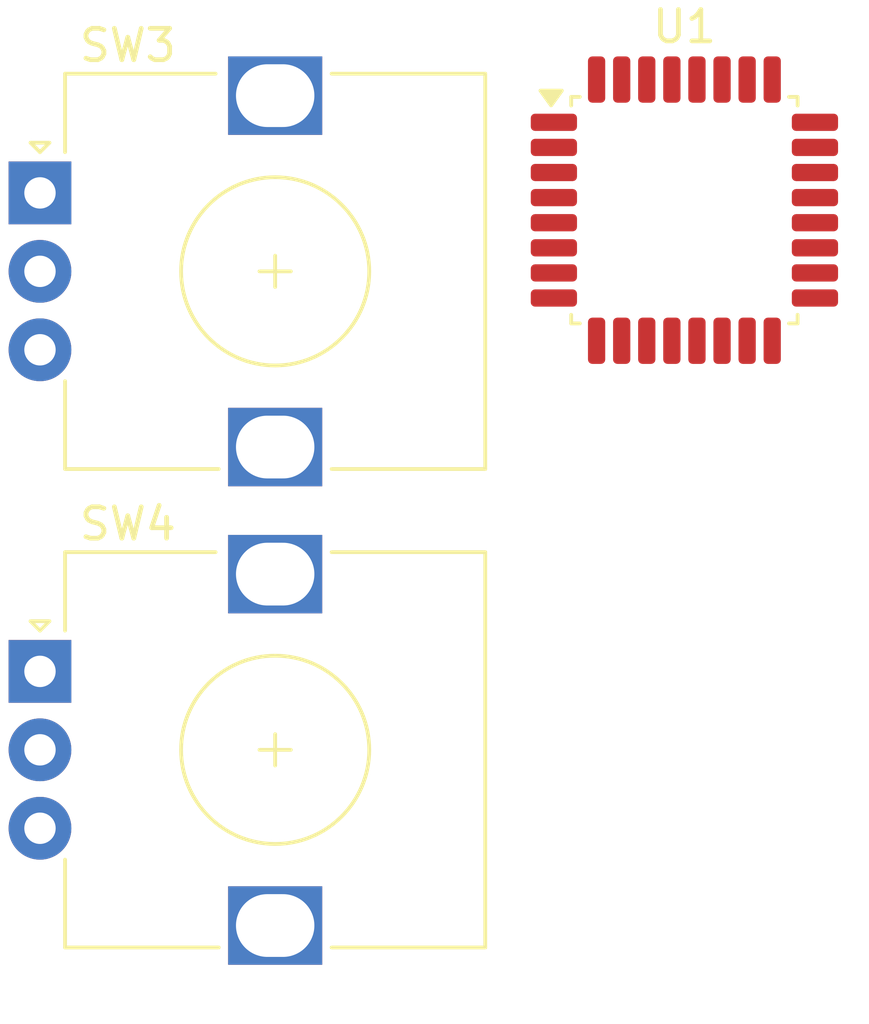
<source format=kicad_pcb>
(kicad_pcb (version 20241229) (generator "pcbnew") (generator_version "9.0")
  (layers (0 "F.Cu" signal) (2 "B.Cu" signal) (13 "F.Paste" user) (15 "B.Paste" user) (5 "F.SilkS" user "F.Silkscreen") (7 "B.SilkS" user "B.Silkscreen") (1 "F.Mask" user) (3 "B.Mask" user) (25 "Edge.Cuts" user))
  (net 0 "")
  (net 12 "Net-(U1-VCC-Pad4)")
  (net 20 "Net-(U1-GND-Pad21)")
  (footprint "Rotary_Encoder:RotaryEncoder_Alps_EC12E_Vertical_H20mm" (layer "F.Cu") (at 109.85 63.65)
    (property "Reference" "SW3" (at 2.8 -4.7 0) (layer "F.SilkS"))
    (property "Value" "RotaryEncoder")
    (fp_line (start -0.3 -1.6) (end 0.3 -1.6) (stroke (width 0.12)) (layer "F.SilkS"))
    (fp_line (start 0 -1.3) (end -0.3 -1.6) (stroke (width 0.12)) (layer "F.SilkS"))
    (fp_line (start 0.3 -1.6) (end 0 -1.3) (stroke (width 0.12)) (layer "F.SilkS"))
    (fp_line (start 0.8 -3.8) (end 0.8 -1.3) (stroke (width 0.12)) (layer "F.SilkS"))
    (fp_line (start 0.8 8.8) (end 0.8 6) (stroke (width 0.12)) (layer "F.SilkS"))
    (fp_line (start 5.6 -3.8) (end 0.8 -3.8) (stroke (width 0.12)) (layer "F.SilkS"))
    (fp_line (start 5.7 8.8) (end 0.8 8.8) (stroke (width 0.12)) (layer "F.SilkS"))
    (fp_line (start 7 2.5) (end 8 2.5) (stroke (width 0.12)) (layer "F.SilkS"))
    (fp_line (start 7.5 2) (end 7.5 3) (stroke (width 0.12)) (layer "F.SilkS"))
    (fp_line (start 9.3 -3.8) (end 14.2 -3.8) (stroke (width 0.12)) (layer "F.SilkS"))
    (fp_line (start 14.2 -3.8) (end 14.2 8.8) (stroke (width 0.12)) (layer "F.SilkS"))
    (fp_line (start 14.2 8.8) (end 9.3 8.8) (stroke (width 0.12)) (layer "F.SilkS"))
    (fp_circle (center 7.5 2.5) (end 10.5 2.5) (stroke (width 0.12)) (fill no) (layer "F.SilkS"))
    (pad "A" thru_hole rect (at 0 0) (size 2 2) (drill 1) (layers "*.Cu" "*.Mask"))
    (pad "B" thru_hole circle (at 0 5) (size 2 2) (drill 1) (layers "*.Cu" "*.Mask"))
    (pad "C" thru_hole circle (at 0 2.5) (size 2 2) (drill 1) (layers "*.Cu" "*.Mask"))
    (pad "MP" thru_hole rect (at 7.5 -3.1) (size 3 2.5) (drill oval 2.5 2) (layers "*.Cu" "*.Mask"))
    (pad "MP" thru_hole rect (at 7.5 8.1) (size 3 2.5) (drill oval 2.5 2) (layers "*.Cu" "*.Mask"))
  )
  (footprint "Package_QFP:TQFP-32_7x7mm_P0.8mm" (layer "F.Cu") (at 130.4 64.2)
    (property "Reference" "U1" (at 0 -5.85 0) (layer "F.SilkS"))
    (property "Value" "ATmega328P-A")
    (fp_line (start -3.61 -3.61) (end -3.335 -3.61) (stroke (width 0.12)) (layer "F.SilkS"))
    (fp_line (start -3.61 -3.335) (end -3.61 -3.61) (stroke (width 0.12)) (layer "F.SilkS"))
    (fp_line (start -3.61 3.61) (end -3.61 3.335) (stroke (width 0.12)) (layer "F.SilkS"))
    (fp_line (start -3.335 3.61) (end -3.61 3.61) (stroke (width 0.12)) (layer "F.SilkS"))
    (fp_line (start 3.335 -3.61) (end 3.61 -3.61) (stroke (width 0.12)) (layer "F.SilkS"))
    (fp_line (start 3.61 -3.61) (end 3.61 -3.335) (stroke (width 0.12)) (layer "F.SilkS"))
    (fp_line (start 3.61 3.335) (end 3.61 3.61) (stroke (width 0.12)) (layer "F.SilkS"))
    (fp_line (start 3.61 3.61) (end 3.335 3.61) (stroke (width 0.12)) (layer "F.SilkS"))
    (fp_poly (pts (xy -4.25 -3.34) (xy -4.59 -3.81) (xy -3.91 -3.81)) (stroke (width 0.12)) (fill yes) (layer "F.SilkS"))
    (pad "1" smd roundrect (at -4.1625 -2.8) (size 1.475 0.55) (layers "F.Cu" "F.Mask" "F.Paste"))
    (pad "2" smd roundrect (at -4.1625 -2) (size 1.475 0.55) (layers "F.Cu" "F.Mask" "F.Paste"))
    (pad "3" smd roundrect (at -4.1625 -1.2) (size 1.475 0.55) (layers "F.Cu" "F.Mask" "F.Paste") (net 20 "Net-(U1-GND-Pad21)"))
    (pad "4" smd roundrect (at -4.1625 -0.4) (size 1.475 0.55) (layers "F.Cu" "F.Mask" "F.Paste") (net 12 "Net-(U1-VCC-Pad4)"))
    (pad "5" smd roundrect (at -4.1625 0.4) (size 1.475 0.55) (layers "F.Cu" "F.Mask" "F.Paste") (net 20 "Net-(U1-GND-Pad21)"))
    (pad "6" smd roundrect (at -4.1625 1.2) (size 1.475 0.55) (layers "F.Cu" "F.Mask" "F.Paste") (net 12 "Net-(U1-VCC-Pad4)"))
    (pad "7" smd roundrect (at -4.1625 2) (size 1.475 0.55) (layers "F.Cu" "F.Mask" "F.Paste"))
    (pad "8" smd roundrect (at -4.1625 2.8) (size 1.475 0.55) (layers "F.Cu" "F.Mask" "F.Paste"))
    (pad "9" smd roundrect (at -2.8 4.1625) (size 0.55 1.475) (layers "F.Cu" "F.Mask" "F.Paste"))
    (pad "10" smd roundrect (at -2 4.1625) (size 0.55 1.475) (layers "F.Cu" "F.Mask" "F.Paste"))
    (pad "11" smd roundrect (at -1.2 4.1625) (size 0.55 1.475) (layers "F.Cu" "F.Mask" "F.Paste"))
    (pad "12" smd roundrect (at -0.4 4.1625) (size 0.55 1.475) (layers "F.Cu" "F.Mask" "F.Paste"))
    (pad "13" smd roundrect (at 0.4 4.1625) (size 0.55 1.475) (layers "F.Cu" "F.Mask" "F.Paste"))
    (pad "14" smd roundrect (at 1.2 4.1625) (size 0.55 1.475) (layers "F.Cu" "F.Mask" "F.Paste"))
    (pad "15" smd roundrect (at 2 4.1625) (size 0.55 1.475) (layers "F.Cu" "F.Mask" "F.Paste"))
    (pad "16" smd roundrect (at 2.8 4.1625) (size 0.55 1.475) (layers "F.Cu" "F.Mask" "F.Paste"))
    (pad "17" smd roundrect (at 4.1625 2.8) (size 1.475 0.55) (layers "F.Cu" "F.Mask" "F.Paste"))
    (pad "18" smd roundrect (at 4.1625 2) (size 1.475 0.55) (layers "F.Cu" "F.Mask" "F.Paste"))
    (pad "19" smd roundrect (at 4.1625 1.2) (size 1.475 0.55) (layers "F.Cu" "F.Mask" "F.Paste"))
    (pad "20" smd roundrect (at 4.1625 0.4) (size 1.475 0.55) (layers "F.Cu" "F.Mask" "F.Paste"))
    (pad "21" smd roundrect (at 4.1625 -0.4) (size 1.475 0.55) (layers "F.Cu" "F.Mask" "F.Paste") (net 20 "Net-(U1-GND-Pad21)"))
    (pad "22" smd roundrect (at 4.1625 -1.2) (size 1.475 0.55) (layers "F.Cu" "F.Mask" "F.Paste"))
    (pad "23" smd roundrect (at 4.1625 -2) (size 1.475 0.55) (layers "F.Cu" "F.Mask" "F.Paste"))
    (pad "24" smd roundrect (at 4.1625 -2.8) (size 1.475 0.55) (layers "F.Cu" "F.Mask" "F.Paste"))
    (pad "25" smd roundrect (at 2.8 -4.1625) (size 0.55 1.475) (layers "F.Cu" "F.Mask" "F.Paste"))
    (pad "26" smd roundrect (at 2 -4.1625) (size 0.55 1.475) (layers "F.Cu" "F.Mask" "F.Paste"))
    (pad "27" smd roundrect (at 1.2 -4.1625) (size 0.55 1.475) (layers "F.Cu" "F.Mask" "F.Paste"))
    (pad "28" smd roundrect (at 0.4 -4.1625) (size 0.55 1.475) (layers "F.Cu" "F.Mask" "F.Paste"))
    (pad "29" smd roundrect (at -0.4 -4.1625) (size 0.55 1.475) (layers "F.Cu" "F.Mask" "F.Paste"))
    (pad "30" smd roundrect (at -1.2 -4.1625) (size 0.55 1.475) (layers "F.Cu" "F.Mask" "F.Paste"))
    (pad "31" smd roundrect (at -2 -4.1625) (size 0.55 1.475) (layers "F.Cu" "F.Mask" "F.Paste"))
    (pad "32" smd roundrect (at -2.8 -4.1625) (size 0.55 1.475) (layers "F.Cu" "F.Mask" "F.Paste"))
  )
  (footprint "Rotary_Encoder:RotaryEncoder_Alps_EC12E_Vertical_H20mm" (layer "F.Cu") (at 109.85 78.9)
    (property "Reference" "SW4" (at 2.8 -4.7 0) (layer "F.SilkS"))
    (property "Value" "RotaryEncoder")
    (fp_line (start -0.3 -1.6) (end 0.3 -1.6) (stroke (width 0.12)) (layer "F.SilkS"))
    (fp_line (start 0 -1.3) (end -0.3 -1.6) (stroke (width 0.12)) (layer "F.SilkS"))
    (fp_line (start 0.3 -1.6) (end 0 -1.3) (stroke (width 0.12)) (layer "F.SilkS"))
    (fp_line (start 0.8 -3.8) (end 0.8 -1.3) (stroke (width 0.12)) (layer "F.SilkS"))
    (fp_line (start 0.8 8.8) (end 0.8 6) (stroke (width 0.12)) (layer "F.SilkS"))
    (fp_line (start 5.6 -3.8) (end 0.8 -3.8) (stroke (width 0.12)) (layer "F.SilkS"))
    (fp_line (start 5.7 8.8) (end 0.8 8.8) (stroke (width 0.12)) (layer "F.SilkS"))
    (fp_line (start 7 2.5) (end 8 2.5) (stroke (width 0.12)) (layer "F.SilkS"))
    (fp_line (start 7.5 2) (end 7.5 3) (stroke (width 0.12)) (layer "F.SilkS"))
    (fp_line (start 9.3 -3.8) (end 14.2 -3.8) (stroke (width 0.12)) (layer "F.SilkS"))
    (fp_line (start 14.2 -3.8) (end 14.2 8.8) (stroke (width 0.12)) (layer "F.SilkS"))
    (fp_line (start 14.2 8.8) (end 9.3 8.8) (stroke (width 0.12)) (layer "F.SilkS"))
    (fp_circle (center 7.5 2.5) (end 10.5 2.5) (stroke (width 0.12)) (fill no) (layer "F.SilkS"))
    (pad "A" thru_hole rect (at 0 0) (size 2 2) (drill 1) (layers "*.Cu" "*.Mask"))
    (pad "B" thru_hole circle (at 0 5) (size 2 2) (drill 1) (layers "*.Cu" "*.Mask"))
    (pad "C" thru_hole circle (at 0 2.5) (size 2 2) (drill 1) (layers "*.Cu" "*.Mask"))
    (pad "MP" thru_hole rect (at 7.5 -3.1) (size 3 2.5) (drill oval 2.5 2) (layers "*.Cu" "*.Mask"))
    (pad "MP" thru_hole rect (at 7.5 8.1) (size 3 2.5) (drill oval 2.5 2) (layers "*.Cu" "*.Mask"))
  )
)
</source>
